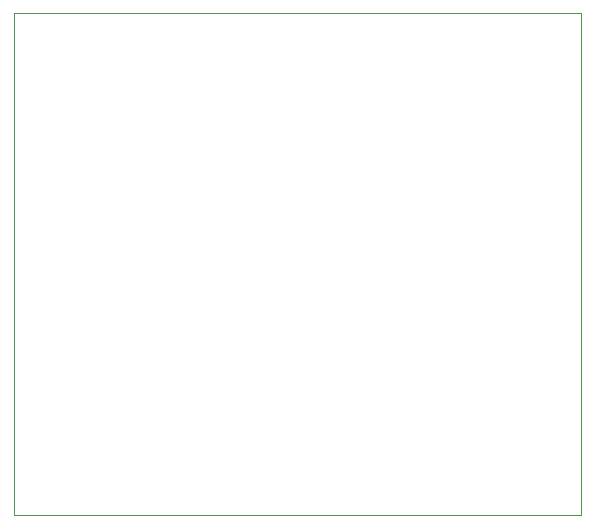
<source format=gbr>
%TF.GenerationSoftware,KiCad,Pcbnew,5.1.8+dfsg1-1~bpo10+1*%
%TF.CreationDate,2020-12-01T12:27:45+03:00*%
%TF.ProjectId,Controller,436f6e74-726f-46c6-9c65-722e6b696361,rev?*%
%TF.SameCoordinates,Original*%
%TF.FileFunction,Profile,NP*%
%FSLAX46Y46*%
G04 Gerber Fmt 4.6, Leading zero omitted, Abs format (unit mm)*
G04 Created by KiCad (PCBNEW 5.1.8+dfsg1-1~bpo10+1) date 2020-12-01 12:27:45*
%MOMM*%
%LPD*%
G01*
G04 APERTURE LIST*
%TA.AperFunction,Profile*%
%ADD10C,0.050000*%
%TD*%
G04 APERTURE END LIST*
D10*
X48000000Y0D02*
X48000000Y42500000D01*
X0Y0D02*
X48000000Y0D01*
X0Y42500000D02*
X0Y0D01*
X0Y42500000D02*
X48000000Y42500000D01*
M02*

</source>
